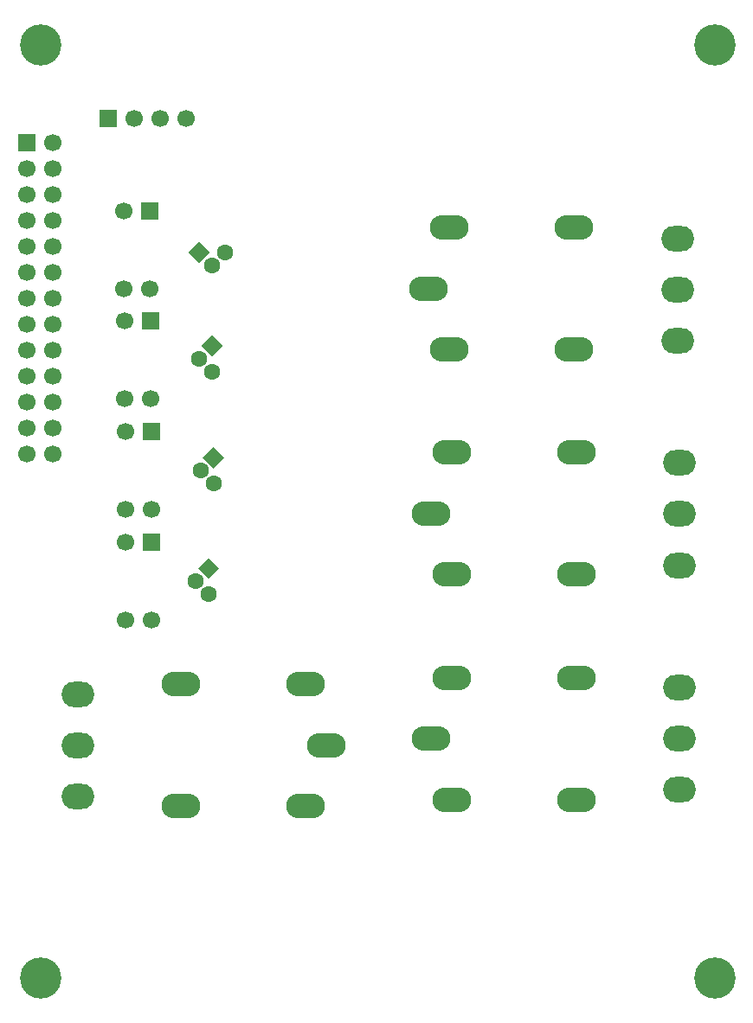
<source format=gbr>
G04 DipTrace 2.4.0.2*
%INBottomMask.gbr*%
%MOMM*%
%ADD40C,4.05*%
%ADD50C,1.7*%
%ADD54C,1.6*%
%ADD56C,1.7*%
%ADD57R,1.7X1.7*%
%ADD61O,3.8X2.4*%
%ADD63O,3.2X2.5*%
%FSLAX53Y53*%
G04*
G71*
G90*
G75*
G01*
%LNBotMask*%
%LPD*%
D63*
X66153Y76217D3*
Y71217D3*
Y66217D3*
X66340Y54273D3*
Y49273D3*
Y44273D3*
X66363Y32330D3*
Y27330D3*
Y22330D3*
X7496Y21604D3*
Y26604D3*
Y31604D3*
D40*
X69803Y95200D3*
Y3857D3*
X3857D3*
X3860Y95200D3*
D61*
X41817Y71333D3*
X43849Y65364D3*
Y77302D3*
X56041D3*
Y65364D3*
X42027Y49320D3*
X44059Y43351D3*
Y55289D3*
X56251D3*
Y43351D3*
X42020Y27300D3*
X44052Y21331D3*
Y33269D3*
X56244D3*
Y21331D3*
X31857Y26660D3*
X29825Y32629D3*
Y20691D3*
X17633D3*
Y32629D3*
D57*
X14567Y78940D3*
D56*
X12027D3*
Y71320D3*
X14567D3*
D57*
X14670Y68163D3*
D56*
X12130D3*
Y60543D3*
X14670D3*
D57*
X14687Y57377D3*
D56*
X12147D3*
Y49757D3*
X14687D3*
D57*
X14750Y46540D3*
D56*
X12210D3*
Y38920D3*
X14750D3*
D54*
X21883Y74923D3*
X20613Y73653D3*
G36*
X19343Y73882D2*
X18302Y74923D1*
X19343Y75965D1*
X20385Y74923D1*
X19343Y73882D1*
G37*
D54*
X20670Y63223D3*
X19400Y64493D3*
G36*
X19629Y65763D2*
X20670Y66805D1*
X21711Y65763D1*
X20670Y64722D1*
X19629Y65763D1*
G37*
D54*
X20785Y52242D3*
X19515Y53512D3*
G36*
X19744Y54782D2*
X20785Y55823D1*
X21826Y54782D1*
X20785Y53740D1*
X19744Y54782D1*
G37*
D54*
X20290Y41450D3*
X19020Y42720D3*
G36*
X19249Y43990D2*
X20290Y45031D1*
X21331Y43990D1*
X20290Y42949D1*
X19249Y43990D1*
G37*
D57*
X2503Y85657D3*
D50*
Y83117D3*
Y80577D3*
Y78037D3*
Y75497D3*
Y72957D3*
Y70417D3*
Y67877D3*
Y65337D3*
Y62797D3*
Y60257D3*
Y57717D3*
Y55177D3*
X5043Y85657D3*
Y83117D3*
Y80577D3*
Y78037D3*
Y75497D3*
Y72957D3*
Y70417D3*
Y67877D3*
Y65337D3*
Y62797D3*
Y60257D3*
Y57717D3*
Y55177D3*
D57*
X10520Y87973D3*
D50*
X13060D3*
X15600D3*
X18140D3*
M02*

</source>
